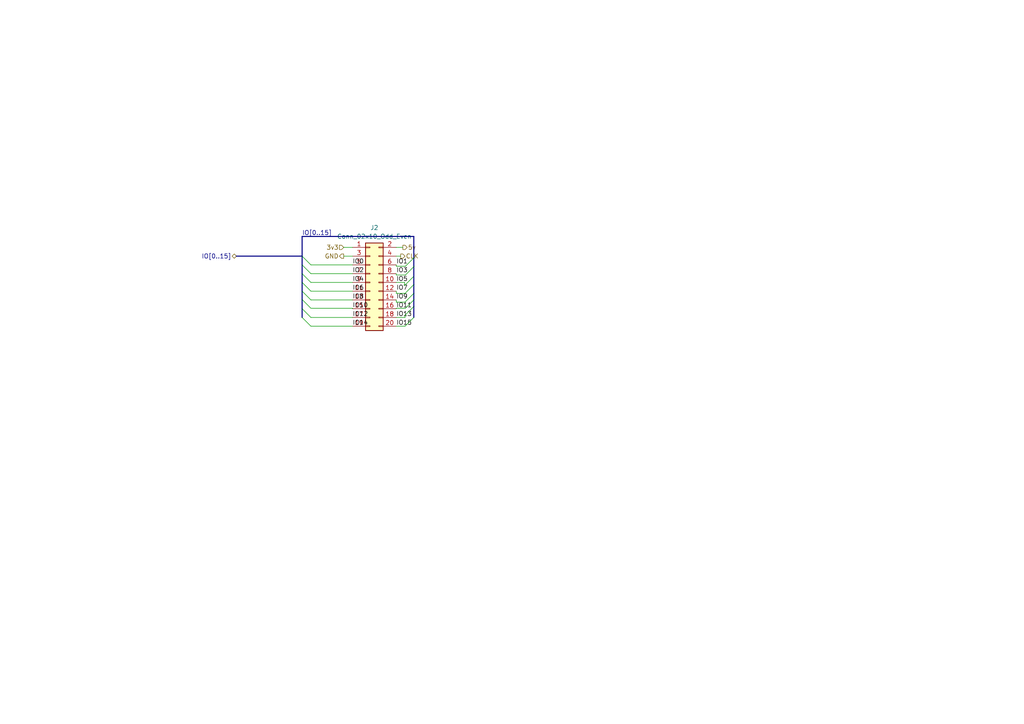
<source format=kicad_sch>
(kicad_sch (version 20231120) (generator "eeschema") (generator_version "8.0")
  (paper "A4")
  (lib_symbols
    (symbol "Connector_Generic:Conn_02x10_Odd_Even" (pin_names (offset 1.016) hide)
      (property "Reference" "J" (at 1.27 12.7 0))
      (property "Value" "Conn_02x10_Odd_Even" (at 1.27 -15.24 0))
      (symbol "Conn_02x10_Odd_Even_1_1"
        (rectangle (start -1.27 -12.573) (end 0 -12.827) (stroke (width 0.1524)))
        (rectangle (start -1.27 -10.033) (end 0 -10.287) (stroke (width 0.1524)))
        (rectangle (start -1.27 -7.493) (end 0 -7.747) (stroke (width 0.1524)))
        (rectangle (start -1.27 -4.953) (end 0 -5.207) (stroke (width 0.1524)))
        (rectangle (start -1.27 -2.413) (end 0 -2.667) (stroke (width 0.1524)))
        (rectangle (start -1.27 0.127) (end 0 -0.127) (stroke (width 0.1524)))
        (rectangle (start -1.27 2.667) (end 0 2.413) (stroke (width 0.1524)))
        (rectangle (start -1.27 5.207) (end 0 4.953) (stroke (width 0.1524)))
        (rectangle (start -1.27 7.747) (end 0 7.493) (stroke (width 0.1524)))
        (rectangle (start -1.27 10.287) (end 0 10.033) (stroke (width 0.1524)))
        (rectangle (start -1.27 11.43) (end 3.81 -13.97) (stroke (width 0.254)) (fill (type background)))
        (rectangle (start 3.81 -12.573) (end 2.54 -12.827) (stroke (width 0.1524)))
        (rectangle (start 3.81 -10.033) (end 2.54 -10.287) (stroke (width 0.1524)))
        (rectangle (start 3.81 -7.493) (end 2.54 -7.747) (stroke (width 0.1524)))
        (rectangle (start 3.81 -4.953) (end 2.54 -5.207) (stroke (width 0.1524)))
        (rectangle (start 3.81 -2.413) (end 2.54 -2.667) (stroke (width 0.1524)))
        (rectangle (start 3.81 0.127) (end 2.54 -0.127) (stroke (width 0.1524)))
        (rectangle (start 3.81 2.667) (end 2.54 2.413) (stroke (width 0.1524)))
        (rectangle (start 3.81 5.207) (end 2.54 4.953) (stroke (width 0.1524)))
        (rectangle (start 3.81 7.747) (end 2.54 7.493) (stroke (width 0.1524)))
        (rectangle (start 3.81 10.287) (end 2.54 10.033) (stroke (width 0.1524)))
        (pin passive line (at -5.08 10.16 0) (length 3.81) (name "Pin_1") (number "1"))
        (pin passive line (at 7.62 0 180) (length 3.81) (name "Pin_10") (number "10"))
        (pin passive line (at -5.08 -2.54 0) (length 3.81) (name "Pin_11") (number "11"))
        (pin passive line (at 7.62 -2.54 180) (length 3.81) (name "Pin_12") (number "12"))
        (pin passive line (at -5.08 -5.08 0) (length 3.81) (name "Pin_13") (number "13"))
        (pin passive line (at 7.62 -5.08 180) (length 3.81) (name "Pin_14") (number "14"))
        (pin passive line (at -5.08 -7.62 0) (length 3.81) (name "Pin_15") (number "15"))
        (pin passive line (at 7.62 -7.62 180) (length 3.81) (name "Pin_16") (number "16"))
        (pin passive line (at -5.08 -10.16 0) (length 3.81) (name "Pin_17") (number "17"))
        (pin passive line (at 7.62 -10.16 180) (length 3.81) (name "Pin_18") (number "18"))
        (pin passive line (at -5.08 -12.7 0) (length 3.81) (name "Pin_19") (number "19"))
        (pin passive line (at 7.62 10.16 180) (length 3.81) (name "Pin_2") (number "2"))
        (pin passive line (at 7.62 -12.7 180) (length 3.81) (name "Pin_20") (number "20"))
        (pin passive line (at -5.08 7.62 0) (length 3.81) (name "Pin_3") (number "3"))
        (pin passive line (at 7.62 7.62 180) (length 3.81) (name "Pin_4") (number "4"))
        (pin passive line (at -5.08 5.08 0) (length 3.81) (name "Pin_5") (number "5"))
        (pin passive line (at 7.62 5.08 180) (length 3.81) (name "Pin_6") (number "6"))
        (pin passive line (at -5.08 2.54 0) (length 3.81) (name "Pin_7") (number "7"))
        (pin passive line (at 7.62 2.54 180) (length 3.81) (name "Pin_8") (number "8"))
        (pin passive line (at -5.08 0 0) (length 3.81) (name "Pin_9") (number "9"))
      )
    )
  )
  (bus_entry (at 120.142 77.216) (size -2.54 2.54))
  (bus_entry (at 120.015 82.55) (size -2.54 2.54))
  (bus_entry (at 120.015 92.075) (size -2.54 2.54))
  (bus_entry (at 87.63 79.375) (size 2.54 2.54))
  (bus_entry (at 87.63 81.915) (size 2.54 2.54))
  (bus_entry (at 119.888 80.264) (size -2.54 2.54))
  (bus_entry (at 120.142 74.676) (size -2.54 2.54))
  (bus_entry (at 87.63 89.535) (size 2.54 2.54))
  (bus_entry (at 87.63 74.295) (size 2.54 2.54))
  (bus_entry (at 87.63 92.075) (size 2.54 2.54))
  (bus_entry (at 120.015 88.9) (size -2.54 2.54))
  (bus_entry (at 87.63 76.835) (size 2.54 2.54))
  (bus_entry (at 87.63 86.868) (size 2.54 2.54))
  (bus_entry (at 120.015 85.09) (size -2.54 2.54))
  (bus_entry (at 120.142 86.868) (size -2.54 2.54))
  (bus_entry (at 87.63 84.455) (size 2.54 2.54))
  (wire (pts (xy 114.935 77.216) (xy 114.935 76.835)))
  (wire (pts (xy 90.17 81.915) (xy 102.235 81.915)))
  (bus (pts (xy 120.015 82.55) (xy 120.015 85.09)))
  (wire (pts (xy 117.475 91.44) (xy 117.475 92.075)))
  (bus (pts (xy 87.63 79.375) (xy 87.63 81.915)))
  (wire (pts (xy 90.17 76.835) (xy 102.235 76.835)))
  (wire (pts (xy 90.17 86.995) (xy 102.235 86.995)))
  (wire (pts (xy 117.475 92.075) (xy 114.935 92.075)))
  (wire (pts (xy 114.935 79.756) (xy 114.935 79.375)))
  (bus (pts (xy 87.63 68.58) (xy 120.015 68.58)))
  (wire (pts (xy 102.235 89.408) (xy 102.235 89.535)))
  (wire (pts (xy 90.17 94.615) (xy 102.235 94.615)))
  (wire (pts (xy 114.935 87.63) (xy 114.935 86.995)))
  (bus (pts (xy 68.58 74.295) (xy 87.63 74.295)))
  (bus (pts (xy 120.015 88.9) (xy 120.015 92.075)))
  (wire (pts (xy 114.935 89.408) (xy 114.935 89.535)))
  (bus (pts (xy 87.63 76.835) (xy 87.63 79.375)))
  (wire (pts (xy 114.935 85.09) (xy 114.935 84.455)))
  (wire (pts (xy 117.475 85.09) (xy 114.935 85.09)))
  (bus (pts (xy 87.63 86.868) (xy 87.63 89.535)))
  (wire (pts (xy 117.475 87.63) (xy 114.935 87.63)))
  (bus (pts (xy 120.015 68.58) (xy 120.015 82.55)))
  (wire (pts (xy 117.602 79.756) (xy 114.935 79.756)))
  (wire (pts (xy 90.17 84.455) (xy 102.235 84.455)))
  (wire (pts (xy 90.17 79.375) (xy 102.235 79.375)))
  (wire (pts (xy 117.348 81.915) (xy 114.935 81.915)))
  (wire (pts (xy 90.17 92.075) (xy 102.235 92.075)))
  (wire (pts (xy 114.935 94.615) (xy 117.475 94.615)))
  (bus (pts (xy 87.63 89.535) (xy 87.63 92.075)))
  (bus (pts (xy 87.63 68.58) (xy 87.63 74.295)))
  (wire (pts (xy 90.17 89.408) (xy 102.235 89.408)))
  (wire (pts (xy 117.602 77.216) (xy 114.935 77.216)))
  (wire (pts (xy 117.348 82.804) (xy 117.348 81.915)))
  (bus (pts (xy 87.63 74.295) (xy 87.63 76.835)))
  (wire (pts (xy 117.602 89.408) (xy 114.935 89.408)))
  (bus (pts (xy 87.63 84.455) (xy 87.63 86.868)))
  (wire (pts (xy 99.695 71.755) (xy 102.235 71.755)))
  (wire (pts (xy 99.695 74.295) (xy 102.235 74.295)))
  (wire (pts (xy 114.935 74.295) (xy 116.205 74.295)))
  (wire (pts (xy 114.935 71.755) (xy 116.84 71.755)))
  (bus (pts (xy 87.63 81.915) (xy 87.63 84.455)))
  (bus (pts (xy 120.015 85.09) (xy 120.015 88.9)))
  (label "IO5" (at 114.935 81.915 0))
  (label "IO0" (at 102.235 76.835 0))
  (label "IO1" (at 114.935 76.835 0))
  (label "IO11" (at 114.935 89.535 0))
  (label "IO3" (at 114.935 79.375 0))
  (label "IO7" (at 114.935 84.455 0))
  (label "IO2" (at 102.235 79.375 0))
  (label "IO8" (at 102.235 86.995 0))
  (label "IO6" (at 102.235 84.455 0))
  (label "IO[0..15]" (at 87.63 68.58 0))
  (label "IO13" (at 114.935 92.075 0))
  (label "IO10" (at 102.235 89.535 0))
  (label "IO15" (at 114.935 94.615 0))
  (label "IO12" (at 102.235 92.075 0))
  (label "IO4" (at 102.235 81.915 0))
  (label "IO9" (at 114.935 86.995 0))
  (label "IO14" (at 102.235 94.615 0))
  (hierarchical_label "GND" (shape output) (at 99.695 74.295 180))
  (hierarchical_label "CLK" (shape output) (at 116.205 74.295 0))
  (hierarchical_label "5v" (shape output) (at 116.84 71.755 0))
  (hierarchical_label "IO[0..15]" (shape tri_state) (at 68.58 74.295 180))
  (hierarchical_label "3v3" (shape input) (at 99.695 71.755 180))
  (symbol (lib_id "Connector_Generic:Conn_02x10_Odd_Even") (at 107.315 81.915 0) (unit 1)
    (property "Reference" "J2" (at 108.585 66.04 0))
    (property "Value" "Conn_02x10_Odd_Even" (at 108.585 68.58 0))
    (property "Footprint" "Connector_IDC:IDC-Header_2x10_P2.54mm_Vertical" (effects (hide yes)))
    (property "Description" "Generic connector, double row, 02x10, odd/even pin numbering scheme (row 1 odd numbers, row 2 even numbers), script generated (kicad-library-utils/schlib/autogen/connector/)" (effects (hide yes)))
    (instances (project "Program Counter" (path "" (reference "J2") (unit 1)) (path "" (reference "J3") (unit 1))))
  )
)
</source>
